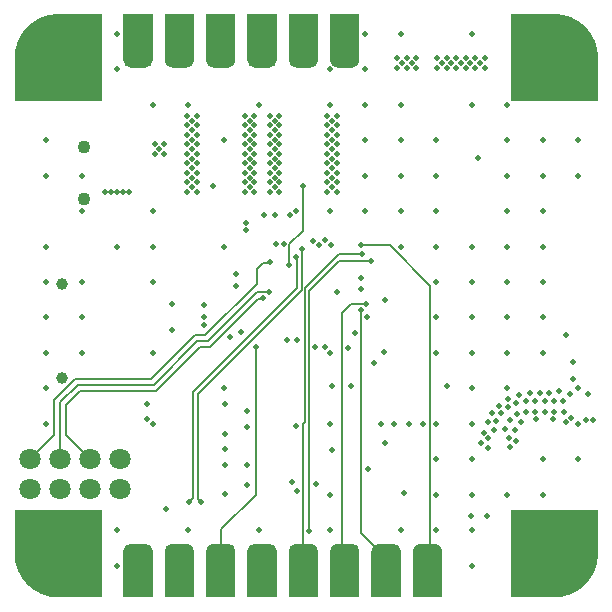
<source format=gbr>
%TF.GenerationSoftware,Altium Limited,Altium Designer,23.11.1 (41)*%
G04 Layer_Physical_Order=4*
G04 Layer_Color=16440176*
%FSLAX45Y45*%
%MOMM*%
%TF.SameCoordinates,A167E3D1-D2EE-47D6-BB63-3A09D1C29133*%
%TF.FilePolarity,Positive*%
%TF.FileFunction,Copper,L4,Inr,Signal*%
%TF.Part,Single*%
G01*
G75*
%TA.AperFunction,Conductor*%
%ADD12C,0.18000*%
%ADD37C,0.25400*%
%TA.AperFunction,ComponentPad*%
%ADD42C,1.80000*%
%TA.AperFunction,ViaPad*%
%ADD43C,1.80000*%
%TA.AperFunction,ComponentPad*%
%ADD44C,1.00000*%
%ADD45C,1.10000*%
%TA.AperFunction,ViaPad*%
%ADD46C,1.00000*%
%ADD47C,0.50000*%
G36*
G01X2350001Y30001D02*
G01Y422501D01*
G02X2412501Y485001I62500J0D01*
G01X2537501D01*
G02X2600001Y422501I0J-62500D01*
G01Y30001D01*
G01X2350001D01*
D02*
G37*
G36*
G01X2700000D02*
G01X2700001Y422501D01*
G02X2762501Y485001I62500J0D01*
G01X2887501D01*
G02X2950001Y422501I0J-62500D01*
G01X2950000Y30001D01*
G01X2700000D01*
D02*
G37*
G36*
G01X3400000D02*
G01X3400001Y422501D01*
G02X3462501Y485001I62500J0D01*
G01X3587501D01*
G02X3650001Y422501I0J-62500D01*
G01X3650000Y30001D01*
G01X3400000D01*
D02*
G37*
G36*
G01X3050001D02*
G01Y422501D01*
G02X3112501Y485001I62500J0D01*
G01X3237501D01*
G02X3300001Y422501I0J-62500D01*
G01Y30001D01*
G01X3050001D01*
D02*
G37*
G36*
G01X1650001D02*
G01Y422501D01*
G02X1712501Y485001I62500J0D01*
G01X1837501D01*
G02X1900001Y422501I0J-62500D01*
G01Y30001D01*
G01X1650001D01*
D02*
G37*
G36*
G01X2000000D02*
G01X2000001Y422501D01*
G02X2062501Y485001I62500J0D01*
G01X2187501D01*
G02X2250001Y422501I0J-62500D01*
G01X2250000Y30001D01*
G01X2000000D01*
D02*
G37*
G36*
G01X770000Y30000D02*
G01Y770000D01*
G01X30000D01*
G01X29999Y400000D01*
G03X400000Y30000I370000J0D01*
G01X770000Y30000D01*
D02*
G37*
G36*
G01X1300000Y30001D02*
G01X1300001Y422501D01*
G02X1362501Y485001I62500J0D01*
G01X1487501D01*
G02X1550001Y422501I0J-62500D01*
G01X1550000Y30001D01*
G01X1300000D01*
D02*
G37*
G36*
G01X950001D02*
G01Y422501D01*
G02X1012501Y485001I62500J0D01*
G01X1137501D01*
G02X1200001Y422501I0J-62500D01*
G01Y30001D01*
G01X950001D01*
D02*
G37*
G36*
G01X1200001Y4970000D02*
G01X1200000Y4577500D01*
G02X1137500Y4515000I-62500J0D01*
G01X1012500D01*
G02X950000Y4577500I0J62500D01*
G01X950001Y4970000D01*
G01X1200001D01*
D02*
G37*
G36*
G01X1550000D02*
G01Y4577500D01*
G02X1487500Y4515000I-62500J0D01*
G01X1362500D01*
G02X1300000Y4577500I0J62500D01*
G01Y4970000D01*
G01X1550000D01*
D02*
G37*
G36*
G01X1900001D02*
G01X1900000Y4577500D01*
G02X1837500Y4515000I-62500J0D01*
G01X1712500D01*
G02X1650000Y4577500I0J62500D01*
G01X1650001Y4970000D01*
G01X1900001D01*
D02*
G37*
G36*
G01X2250000D02*
G01Y4577500D01*
G02X2187500Y4515000I-62500J0D01*
G01X2062500D01*
G02X2000000Y4577500I0J62500D01*
G01Y4970000D01*
G01X2250000D01*
D02*
G37*
G36*
G01X2600001D02*
G01X2600000Y4577500D01*
G02X2537500Y4515000I-62500J0D01*
G01X2412500D01*
G02X2350000Y4577500I0J62500D01*
G01X2350001Y4970000D01*
G01X2600001D01*
D02*
G37*
G36*
G01X2950000D02*
G01Y4577500D01*
G02X2887500Y4515000I-62500J0D01*
G01X2762500D01*
G02X2700000Y4577500I0J62500D01*
G01Y4970000D01*
G01X2950000D01*
D02*
G37*
G36*
G01X4970000Y770000D02*
G01X4230000D01*
G01Y30000D01*
G01X4600000Y29999D01*
G03X4969999Y400000I0J370000D01*
G01X4970000Y770000D01*
D02*
G37*
G36*
G01X30000Y4230000D02*
G01X770000D01*
G01Y4970000D01*
G01X400000Y4970000D01*
G03X30000Y4600000I0J-370000D01*
G01X30000Y4230000D01*
D02*
G37*
G36*
G01X4230000Y4970000D02*
G01Y4230000D01*
G01X4970000D01*
G01X4970000Y4600000D01*
G03X4600000Y4969999I-370000J0D01*
G01X4230000Y4970000D01*
D02*
G37*
D12*
X1685306Y2148158D02*
X2093322Y2556174D01*
X2129874D01*
X2135997Y2562297D01*
X1510000Y840000D02*
X1538172Y868172D01*
X1581828Y867172D02*
X1610000Y839000D01*
X1581828Y867172D02*
Y1751828D01*
X1538172Y1769911D02*
X2420000Y2651740D01*
X1538172Y868172D02*
Y1769911D01*
X2475001Y1497501D02*
X2490700Y1513200D01*
X2475001Y360001D02*
Y1497501D01*
X2460000Y2630000D02*
Y2983819D01*
X2490700Y2650700D02*
X2773366Y2933366D01*
X2521400Y2621400D02*
X2780000Y2880000D01*
X1581828Y1751828D02*
X2460000Y2630000D01*
X2420000Y2651740D02*
Y2910000D01*
X2521400Y595293D02*
Y2621400D01*
X2490700Y1513200D02*
Y2650700D01*
X2521400Y595293D02*
X2521701Y594992D01*
X2780000Y2880000D02*
X3050000D01*
X2773366Y2933366D02*
X2973366D01*
X3525001Y360001D02*
X3550000Y385000D01*
X2962536Y572466D02*
X3175001Y360001D01*
X3204528Y3015472D02*
X3550000Y2670000D01*
Y385000D02*
Y2670000D01*
X2875000Y2515000D02*
X3004600D01*
X2799600Y2439600D02*
X2875000Y2515000D01*
X2799600Y385402D02*
Y2439600D01*
X2070000Y900000D02*
Y2150000D01*
X1775001Y605001D02*
X2070000Y900000D01*
X1775001Y360001D02*
Y605001D01*
X2962536Y572466D02*
Y2464528D01*
Y3015472D02*
X3204528D01*
X2186817Y2865097D02*
X2188285Y2866566D01*
X2136286Y2865097D02*
X2186817D01*
X2080858Y2809670D02*
X2136286Y2865097D01*
X2080858Y2687394D02*
Y2809670D01*
X1643222Y2249758D02*
X2080858Y2687394D01*
X464800Y1403200D02*
X666779Y1201220D01*
X464800Y1403200D02*
Y1660000D01*
X363200Y1403200D02*
Y1702084D01*
X160000Y1200000D02*
X363200Y1403200D01*
X1664264Y2198958D02*
X2080858Y2615552D01*
X2180000D01*
X1554823Y2249758D02*
X1643222D01*
X1186665Y1881600D02*
X1554823Y2249758D01*
X1575865Y2198958D02*
X1664264D01*
X1207706Y1830800D02*
X1575865Y2198958D01*
X1596907Y2148158D02*
X1685306D01*
X1228748Y1780000D02*
X1596907Y2148158D01*
X584800Y1780000D02*
X1228748D01*
X563758Y1830800D02*
X1207706D01*
X542716Y1881600D02*
X1186665D01*
X363200Y1702084D02*
X542716Y1881600D01*
X414000Y1681042D02*
X563758Y1830800D01*
X414000Y1200000D02*
Y1681042D01*
X464800Y1660000D02*
X584800Y1780000D01*
X2470800Y3135800D02*
Y3494700D01*
X2355000Y3020000D02*
X2470800Y3135800D01*
X2355000Y2845000D02*
Y3020000D01*
D37*
X1510000Y840000D02*
Y846151D01*
X3004600Y2515000D02*
X3005000Y2514600D01*
X2799600Y385402D02*
X2825001Y360001D01*
D42*
X160000Y1200000D02*
D03*
X414000D02*
D03*
X668000D02*
D03*
Y946000D02*
D03*
X414000D02*
D03*
D43*
X922000Y1200000D02*
D03*
Y946000D02*
D03*
X160000D02*
D03*
D44*
X435000Y1885000D02*
D03*
Y2685000D02*
D03*
D45*
X620000Y3840000D02*
D03*
Y3400000D02*
D03*
D46*
X4600000Y150000D02*
D03*
X4776777Y223223D02*
D03*
X4423223D02*
D03*
X4850000Y400000D02*
D03*
X4350000D02*
D03*
X4776777Y576777D02*
D03*
X4423223D02*
D03*
X4600000Y650000D02*
D03*
X150000Y400000D02*
D03*
X223223Y223223D02*
D03*
Y576777D02*
D03*
X400000Y150000D02*
D03*
Y650000D02*
D03*
X576777Y223223D02*
D03*
Y576777D02*
D03*
X650000Y400000D02*
D03*
X400000Y4850000D02*
D03*
X223223Y4776777D02*
D03*
X576777D02*
D03*
X150000Y4600000D02*
D03*
X650000D02*
D03*
X223223Y4423223D02*
D03*
X576777D02*
D03*
X400000Y4350000D02*
D03*
X4850000Y4600000D02*
D03*
X4776777Y4776777D02*
D03*
Y4423223D02*
D03*
X4600000Y4850000D02*
D03*
Y4350000D02*
D03*
X4423223Y4776777D02*
D03*
Y4423223D02*
D03*
X4350000Y4600000D02*
D03*
D47*
X2135997Y2562297D02*
D03*
X4866124Y1535415D02*
D03*
X4799999Y3899999D02*
D03*
Y3599999D02*
D03*
Y1799999D02*
D03*
Y1500000D02*
D03*
Y1200000D02*
D03*
X4499999Y3899999D02*
D03*
Y3599999D02*
D03*
Y3299999D02*
D03*
Y2999999D02*
D03*
Y2699999D02*
D03*
Y2399999D02*
D03*
Y2099999D02*
D03*
Y1200000D02*
D03*
Y900000D02*
D03*
X4199999Y4199999D02*
D03*
Y3899999D02*
D03*
Y3599999D02*
D03*
Y3299999D02*
D03*
Y2999999D02*
D03*
Y2699999D02*
D03*
Y2399999D02*
D03*
Y2099999D02*
D03*
Y1799999D02*
D03*
Y900000D02*
D03*
X3899999Y4799999D02*
D03*
Y4199999D02*
D03*
Y2999999D02*
D03*
Y2699999D02*
D03*
Y2399999D02*
D03*
Y2099999D02*
D03*
Y1799999D02*
D03*
Y1500000D02*
D03*
Y1200000D02*
D03*
Y900000D02*
D03*
Y600000D02*
D03*
Y300000D02*
D03*
X3599999Y3899999D02*
D03*
Y3599999D02*
D03*
Y3299999D02*
D03*
Y2999999D02*
D03*
Y2699999D02*
D03*
Y2399999D02*
D03*
Y2099999D02*
D03*
Y1500000D02*
D03*
Y1200000D02*
D03*
Y900000D02*
D03*
Y600000D02*
D03*
X3299999Y4799999D02*
D03*
Y4199999D02*
D03*
Y3899999D02*
D03*
Y3599999D02*
D03*
Y3299999D02*
D03*
Y2999999D02*
D03*
Y600000D02*
D03*
X2999999Y4799999D02*
D03*
Y4499999D02*
D03*
Y4199999D02*
D03*
Y3899999D02*
D03*
Y3599999D02*
D03*
Y3299999D02*
D03*
X2699999Y4499999D02*
D03*
Y4199999D02*
D03*
Y3299999D02*
D03*
Y2099999D02*
D03*
Y1500000D02*
D03*
Y900000D02*
D03*
Y600000D02*
D03*
X2099999Y4199999D02*
D03*
Y600000D02*
D03*
X1799999Y3899999D02*
D03*
Y2999999D02*
D03*
Y1799999D02*
D03*
X1500000Y4199999D02*
D03*
Y600000D02*
D03*
X1200000Y4199999D02*
D03*
Y3299999D02*
D03*
Y2999999D02*
D03*
Y2699999D02*
D03*
Y2099999D02*
D03*
Y1500000D02*
D03*
X900000Y4799999D02*
D03*
Y4499999D02*
D03*
Y2999999D02*
D03*
Y600000D02*
D03*
Y300000D02*
D03*
X600000Y3599999D02*
D03*
Y3299999D02*
D03*
Y2699999D02*
D03*
Y2399999D02*
D03*
Y2099999D02*
D03*
X300000Y3899999D02*
D03*
Y3599999D02*
D03*
Y2999999D02*
D03*
Y2699999D02*
D03*
Y2399999D02*
D03*
Y2099999D02*
D03*
Y1799999D02*
D03*
Y1500000D02*
D03*
X4930549Y1527899D02*
D03*
X4643169Y1777145D02*
D03*
X4556564Y1757813D02*
D03*
X4476247Y1757811D02*
D03*
X4390245Y1756801D02*
D03*
X4297558Y1745252D02*
D03*
X4207546Y1711538D02*
D03*
X4130680Y1654791D02*
D03*
X4075687Y1587260D02*
D03*
X4042071Y1511133D02*
D03*
X4005211Y1424561D02*
D03*
X3978717Y1337486D02*
D03*
X4276856Y1358169D02*
D03*
X4269954Y1447950D02*
D03*
X4318763Y1515485D02*
D03*
X4443672Y1541628D02*
D03*
X4586861Y1540997D02*
D03*
X4698588Y1512743D02*
D03*
X4733074Y1753264D02*
D03*
X4676564Y1696637D02*
D03*
X4596565D02*
D03*
X4516565D02*
D03*
X4436565D02*
D03*
X4356569Y1695807D02*
D03*
X4278126Y1680102D02*
D03*
X4206711Y1644048D02*
D03*
X4148761Y1588896D02*
D03*
X4106491Y1520976D02*
D03*
X4086179Y1443598D02*
D03*
X4041924Y1376954D02*
D03*
X4037736Y1297063D02*
D03*
X4222264Y1303846D02*
D03*
X4213773Y1383394D02*
D03*
X4184213Y1457732D02*
D03*
X4220557Y1529000D02*
D03*
X4282253Y1579927D02*
D03*
X4359117Y1602108D02*
D03*
X4439106Y1603363D02*
D03*
X4519106D02*
D03*
X4599106D02*
D03*
X4679036Y1600011D02*
D03*
X4738716Y1546736D02*
D03*
X4887597Y1750237D02*
D03*
X1610000Y839000D02*
D03*
X1950000Y2280000D02*
D03*
X1855000Y2232500D02*
D03*
X1214779Y3784800D02*
D03*
Y3865200D02*
D03*
X1295222Y3784800D02*
D03*
X1255001Y3825000D02*
D03*
X1295222Y3865200D02*
D03*
X3270000Y4595221D02*
D03*
Y4514779D02*
D03*
X3310221Y4555000D02*
D03*
X3350442Y4514779D02*
D03*
Y4595221D02*
D03*
X3390664Y4555000D02*
D03*
X3430885Y4514779D02*
D03*
Y4595221D02*
D03*
X2759480Y3462829D02*
D03*
Y4025925D02*
D03*
Y3704156D02*
D03*
Y3865040D02*
D03*
X2719259Y3583492D02*
D03*
Y4066146D02*
D03*
X2759480Y3945483D02*
D03*
X2679038Y4106367D02*
D03*
Y3945483D02*
D03*
Y3784598D02*
D03*
X2759480Y3623713D02*
D03*
X2719259Y3663935D02*
D03*
Y3503050D02*
D03*
X2679038Y3865040D02*
D03*
X2719259Y3824819D02*
D03*
X2759480Y3543271D02*
D03*
X2719259Y3985704D02*
D03*
X2679038Y3704156D02*
D03*
Y3543271D02*
D03*
X2759480Y3784598D02*
D03*
X2679038Y3623713D02*
D03*
X2719259Y3744377D02*
D03*
X2679038Y3462829D02*
D03*
X2719259Y3905261D02*
D03*
X2679038Y4025925D02*
D03*
X2759480Y4106367D02*
D03*
X2190520Y3462829D02*
D03*
Y4025925D02*
D03*
Y3704156D02*
D03*
Y3865040D02*
D03*
X2230741Y3583492D02*
D03*
Y4066146D02*
D03*
X2190520Y3945483D02*
D03*
X2270962Y4106367D02*
D03*
Y3945483D02*
D03*
Y3784598D02*
D03*
X2190520Y3623713D02*
D03*
X2230741Y3663935D02*
D03*
Y3503050D02*
D03*
X2270962Y3865040D02*
D03*
X2230741Y3824819D02*
D03*
X2190520Y3543271D02*
D03*
X2230741Y3985704D02*
D03*
X2270962Y3704156D02*
D03*
Y3543271D02*
D03*
X2190520Y3784598D02*
D03*
X2270962Y3623713D02*
D03*
X2230741Y3744377D02*
D03*
X2270962Y3462829D02*
D03*
X2230741Y3905261D02*
D03*
X2270962Y4025925D02*
D03*
X2190520Y4106367D02*
D03*
X2059480Y3462829D02*
D03*
Y4025925D02*
D03*
Y3704156D02*
D03*
Y3865040D02*
D03*
X2019259Y3583492D02*
D03*
Y4066146D02*
D03*
X2059480Y3945483D02*
D03*
X1979038Y4106367D02*
D03*
Y3945483D02*
D03*
Y3784598D02*
D03*
X2059480Y3623713D02*
D03*
X2019259Y3663935D02*
D03*
Y3503050D02*
D03*
X1979038Y3865040D02*
D03*
X2019259Y3824819D02*
D03*
X2059480Y3543271D02*
D03*
X2019259Y3985704D02*
D03*
X1979038Y3704156D02*
D03*
Y3543271D02*
D03*
X2059480Y3784598D02*
D03*
X1979038Y3623713D02*
D03*
X2019259Y3744377D02*
D03*
X1979038Y3462829D02*
D03*
X2019259Y3905261D02*
D03*
X1979038Y4025925D02*
D03*
X2059480Y4106367D02*
D03*
X1490520D02*
D03*
X1570962Y4025925D02*
D03*
X1530741Y3905261D02*
D03*
X1570962Y3462829D02*
D03*
X1530741Y3744377D02*
D03*
X1570962Y3623713D02*
D03*
X1490520Y3784598D02*
D03*
X1570962Y3543271D02*
D03*
Y3704156D02*
D03*
X1530741Y3985704D02*
D03*
X1490520Y3543271D02*
D03*
X1530741Y3824819D02*
D03*
X1570962Y3865040D02*
D03*
X1530741Y3503050D02*
D03*
Y3663935D02*
D03*
X1490520Y3623713D02*
D03*
X1570962Y3784598D02*
D03*
Y3945483D02*
D03*
Y4106367D02*
D03*
X1490520Y3945483D02*
D03*
X1530741Y4066146D02*
D03*
Y3583492D02*
D03*
X1490520Y3865040D02*
D03*
Y3704156D02*
D03*
Y4025925D02*
D03*
Y3462829D02*
D03*
X794000Y3460001D02*
D03*
X846000Y3460000D02*
D03*
X1002000Y3460000D02*
D03*
X898000Y3460000D02*
D03*
X950000Y3460000D02*
D03*
X3648009Y4555000D02*
D03*
X3607788Y4514779D02*
D03*
Y4595221D02*
D03*
X3688231D02*
D03*
Y4514779D02*
D03*
X3728452Y4555000D02*
D03*
X3768673Y4595221D02*
D03*
Y4514779D02*
D03*
X3808894Y4555000D02*
D03*
X3849115Y4595221D02*
D03*
Y4514779D02*
D03*
X3889336Y4555000D02*
D03*
X3929558Y4595221D02*
D03*
Y4514779D02*
D03*
X3969779Y4555000D02*
D03*
X4010000Y4514779D02*
D03*
Y4595221D02*
D03*
X1152000Y1537500D02*
D03*
X2374680Y1010000D02*
D03*
X3373050Y1500000D02*
D03*
X3243050Y1495000D02*
D03*
X2420000Y930000D02*
D03*
X2412500Y1480000D02*
D03*
X2720000Y1277500D02*
D03*
X2580000Y990000D02*
D03*
X2521701Y594992D02*
D03*
X3892500Y720000D02*
D03*
X4760000Y1880000D02*
D03*
Y2020000D02*
D03*
X3170000Y1340000D02*
D03*
X2000000Y1607500D02*
D03*
X3955000Y3754000D02*
D03*
X3128100Y1495000D02*
D03*
X3488000D02*
D03*
X3689050Y1824000D02*
D03*
X3022234Y1120000D02*
D03*
X3328050Y918000D02*
D03*
X2880088Y1823984D02*
D03*
X2720080D02*
D03*
X1358664Y2514597D02*
D03*
Y2295403D02*
D03*
X3050000Y2880000D02*
D03*
X2973366Y2933366D02*
D03*
X2570000Y2150000D02*
D03*
X2424601Y2208750D02*
D03*
X2660000Y2150000D02*
D03*
X3005000Y2514600D02*
D03*
X2966250Y2643750D02*
D03*
X2850000Y2140000D02*
D03*
X2000000Y980000D02*
D03*
X2070000Y2150000D02*
D03*
X2338750Y2208750D02*
D03*
X2759880Y2619840D02*
D03*
X3070849Y2010850D02*
D03*
X3012936Y2400000D02*
D03*
X3158314Y2108314D02*
D03*
X2910000Y2267060D02*
D03*
X2962536Y2464528D02*
D03*
X3170000Y2550000D02*
D03*
X4027500Y720000D02*
D03*
X1807500Y902500D02*
D03*
X2188285Y2866566D02*
D03*
X2180000Y2615552D02*
D03*
X1807500Y1283500D02*
D03*
X1510000Y840000D02*
D03*
X1307992Y780008D02*
D03*
X2470800Y3514700D02*
D03*
X2308300Y3020000D02*
D03*
X2245600D02*
D03*
X2355000Y2845000D02*
D03*
X1990000Y3203300D02*
D03*
Y3140600D02*
D03*
X2966250Y2736250D02*
D03*
X2460000Y2983819D02*
D03*
X1152000Y1664500D02*
D03*
X1807500D02*
D03*
Y1410500D02*
D03*
Y1152500D02*
D03*
X2000000D02*
D03*
Y1472500D02*
D03*
X2408357Y2910043D02*
D03*
X2138750Y3271250D02*
D03*
X1711500Y3514700D02*
D03*
X1904082Y2768418D02*
D03*
X2231250Y3271250D02*
D03*
X1904082Y2668418D02*
D03*
X2962536Y3015472D02*
D03*
X4700000Y2250000D02*
D03*
X2410000Y3305000D02*
D03*
X2358513Y3264933D02*
D03*
X2610000Y3010000D02*
D03*
X2659528Y3052464D02*
D03*
X1634231Y2403174D02*
D03*
X2559056Y3050755D02*
D03*
X1634231Y2503646D02*
D03*
X2710000Y3010000D02*
D03*
X1634231Y2337458D02*
D03*
%TF.MD5,8b2036c1a4b110173921254b396facaf*%
M02*

</source>
